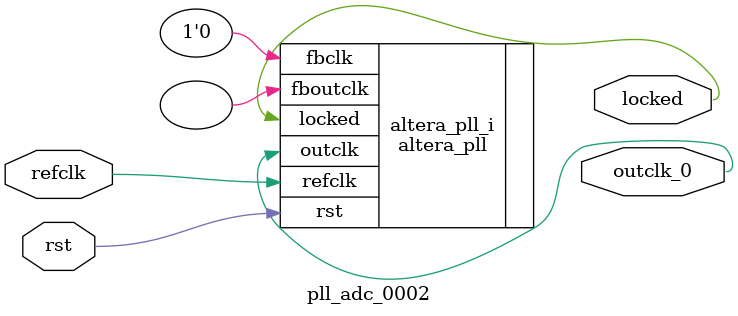
<source format=v>
`timescale 1ns/10ps
module  pll_adc_0002(

	// interface 'refclk'
	input wire refclk,

	// interface 'reset'
	input wire rst,

	// interface 'outclk0'
	output wire outclk_0,

	// interface 'locked'
	output wire locked
);

	altera_pll #(
		.fractional_vco_multiplier("false"),
		.reference_clock_frequency("50.0 MHz"),
		.operation_mode("direct"),
		.number_of_clocks(1),
		.output_clock_frequency0("40.000000 MHz"),
		.phase_shift0("0 ps"),
		.duty_cycle0(50),
		.output_clock_frequency1("0 MHz"),
		.phase_shift1("0 ps"),
		.duty_cycle1(50),
		.output_clock_frequency2("0 MHz"),
		.phase_shift2("0 ps"),
		.duty_cycle2(50),
		.output_clock_frequency3("0 MHz"),
		.phase_shift3("0 ps"),
		.duty_cycle3(50),
		.output_clock_frequency4("0 MHz"),
		.phase_shift4("0 ps"),
		.duty_cycle4(50),
		.output_clock_frequency5("0 MHz"),
		.phase_shift5("0 ps"),
		.duty_cycle5(50),
		.output_clock_frequency6("0 MHz"),
		.phase_shift6("0 ps"),
		.duty_cycle6(50),
		.output_clock_frequency7("0 MHz"),
		.phase_shift7("0 ps"),
		.duty_cycle7(50),
		.output_clock_frequency8("0 MHz"),
		.phase_shift8("0 ps"),
		.duty_cycle8(50),
		.output_clock_frequency9("0 MHz"),
		.phase_shift9("0 ps"),
		.duty_cycle9(50),
		.output_clock_frequency10("0 MHz"),
		.phase_shift10("0 ps"),
		.duty_cycle10(50),
		.output_clock_frequency11("0 MHz"),
		.phase_shift11("0 ps"),
		.duty_cycle11(50),
		.output_clock_frequency12("0 MHz"),
		.phase_shift12("0 ps"),
		.duty_cycle12(50),
		.output_clock_frequency13("0 MHz"),
		.phase_shift13("0 ps"),
		.duty_cycle13(50),
		.output_clock_frequency14("0 MHz"),
		.phase_shift14("0 ps"),
		.duty_cycle14(50),
		.output_clock_frequency15("0 MHz"),
		.phase_shift15("0 ps"),
		.duty_cycle15(50),
		.output_clock_frequency16("0 MHz"),
		.phase_shift16("0 ps"),
		.duty_cycle16(50),
		.output_clock_frequency17("0 MHz"),
		.phase_shift17("0 ps"),
		.duty_cycle17(50),
		.pll_type("General"),
		.pll_subtype("General")
	) altera_pll_i (
		.rst	(rst),
		.outclk	({outclk_0}),
		.locked	(locked),
		.fboutclk	( ),
		.fbclk	(1'b0),
		.refclk	(refclk)
	);
endmodule


</source>
